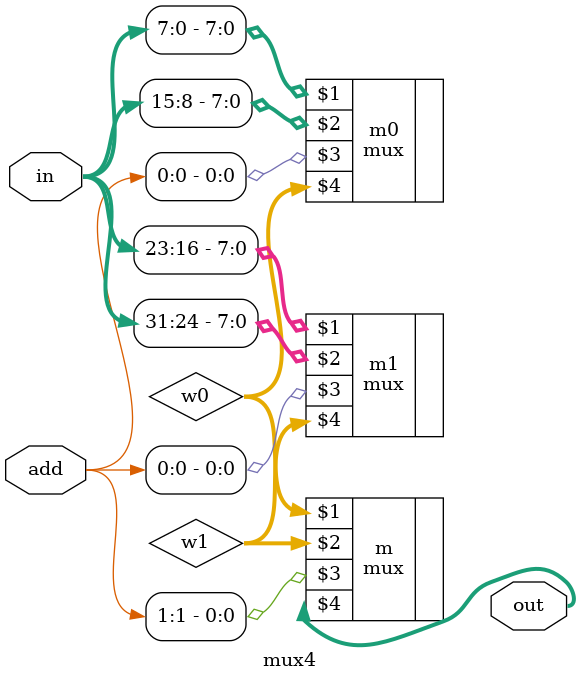
<source format=v>
`timescale 1ns / 1ps


module mux4(
    input [31:0] in,
    output [7:0] out,
    input [1:0] add
    );
    wire [7:0] w0;
    wire [7:0] w1;
    mux m0(in[7:0],in[15:8],add[0],w0);
    mux m1(in[23:16],in[31:24],add[0],w1);
    mux m(w0,w1,add[1],out);
endmodule

</source>
